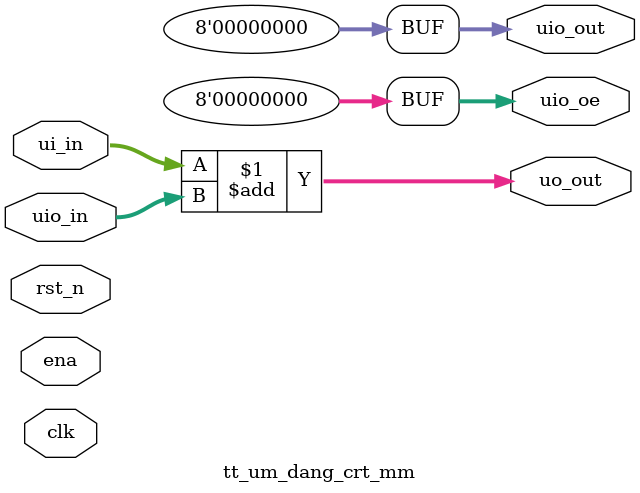
<source format=sv>
/*
 * Copyright (c) 2024 dfstar
 * SPDX-License-Identifier: Apache-2.0
 *
 * Chinese remainder theorem matrix multiplier using quarter squares LUT
 *
 */

`define default_netname none

module tt_um_dang_crt_mm (
    input  wire [7:0] ui_in,    // Dedicated inputs
    output wire [7:0] uo_out,   // Dedicated outputs
    input  wire [7:0] uio_in,   // IOs: Input path
    output wire [7:0] uio_out,  // IOs: Output path
    output wire [7:0] uio_oe,   // IOs: Enable path (active high: 0=input, 1=output)
    input  wire       ena,      // will go high when the design is enabled
    input  wire       clk,      // clock
    input  wire       rst_n     // reset_n - low to reset
);

  // All output pins must be assigned. If not used, assign to 0.
  assign uo_out  = ui_in + uio_in;  // Example: ou_out is the sum of ui_in and uio_in
  assign uio_out = 0;
  assign uio_oe  = 0;

endmodule

</source>
